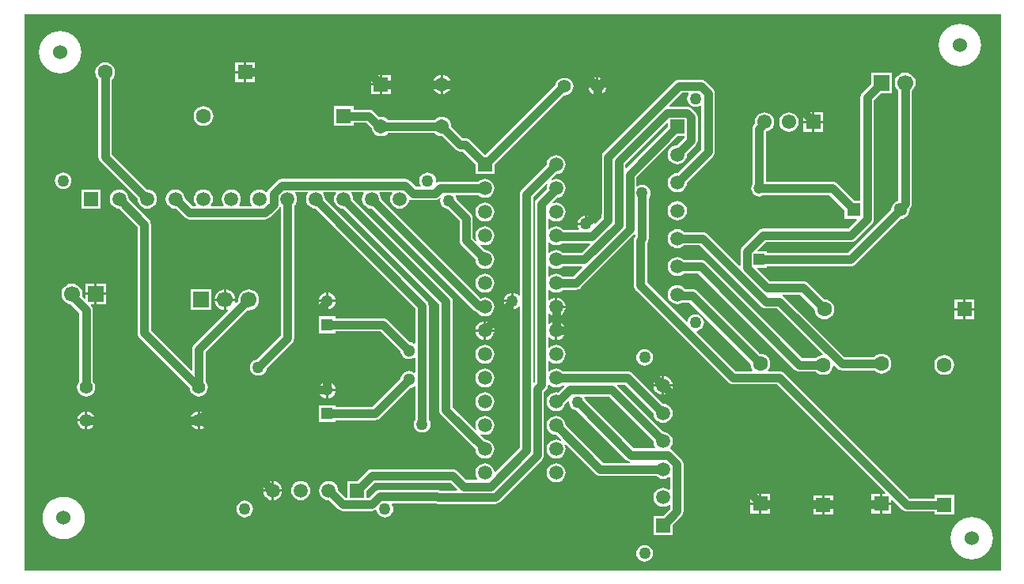
<source format=gtl>
G04*
G04 #@! TF.GenerationSoftware,Altium Limited,Altium Designer,21.2.2 (38)*
G04*
G04 Layer_Physical_Order=1*
G04 Layer_Color=255*
%FSLAX25Y25*%
%MOIN*%
G70*
G04*
G04 #@! TF.SameCoordinates,D0C09C63-79EA-4D83-9DA0-2B2549F26A19*
G04*
G04*
G04 #@! TF.FilePolarity,Positive*
G04*
G01*
G75*
%ADD15C,0.00004*%
%ADD16C,0.05709*%
%ADD17R,0.05709X0.05709*%
%ADD34C,0.04724*%
%ADD35R,0.04724X0.04724*%
%ADD38C,0.06063*%
%ADD39R,0.06063X0.06063*%
%ADD40C,0.03543*%
%ADD41R,0.06299X0.06299*%
%ADD42C,0.06299*%
%ADD43R,0.06299X0.06299*%
%ADD44R,0.06693X0.06693*%
%ADD45C,0.06693*%
%ADD46C,0.05984*%
%ADD47C,0.05000*%
%ADD48R,0.05984X0.05984*%
%ADD49R,0.05984X0.05984*%
%ADD50C,0.06000*%
%ADD51C,0.05512*%
%ADD52C,0.05118*%
%ADD53R,0.05118X0.05118*%
%ADD54C,0.05118*%
%ADD55C,0.05906*%
%ADD56R,0.05906X0.05906*%
%ADD57C,0.06102*%
%ADD58R,0.06102X0.06102*%
G36*
X568500Y204000D02*
X157500D01*
Y438500D01*
X568500D01*
Y204000D01*
D02*
G37*
%LPC*%
G36*
X551500Y434417D02*
X549760Y434246D01*
X548088Y433738D01*
X546546Y432914D01*
X545195Y431805D01*
X544086Y430454D01*
X543262Y428912D01*
X542754Y427240D01*
X542583Y425500D01*
X542754Y423760D01*
X543262Y422088D01*
X544086Y420546D01*
X545195Y419195D01*
X546546Y418086D01*
X548088Y417262D01*
X549760Y416754D01*
X551500Y416583D01*
X553240Y416754D01*
X554912Y417262D01*
X556454Y418086D01*
X557805Y419195D01*
X558914Y420546D01*
X559738Y422088D01*
X560246Y423760D01*
X560417Y425500D01*
X560246Y427240D01*
X559738Y428912D01*
X558914Y430454D01*
X557805Y431805D01*
X556454Y432914D01*
X554912Y433738D01*
X553240Y434246D01*
X551500Y434417D01*
D02*
G37*
G36*
X254677Y418150D02*
X251028D01*
Y414500D01*
X254677D01*
Y418150D01*
D02*
G37*
G36*
X250028D02*
X246378D01*
Y414500D01*
X250028D01*
Y418150D01*
D02*
G37*
G36*
X172500Y431417D02*
X170760Y431246D01*
X169088Y430738D01*
X167546Y429914D01*
X166195Y428805D01*
X165086Y427454D01*
X164262Y425912D01*
X163754Y424240D01*
X163583Y422500D01*
X163754Y420760D01*
X164262Y419088D01*
X165086Y417546D01*
X166195Y416195D01*
X167546Y415086D01*
X169088Y414262D01*
X170760Y413754D01*
X172500Y413583D01*
X174240Y413754D01*
X175912Y414262D01*
X177454Y415086D01*
X178805Y416195D01*
X179914Y417546D01*
X180738Y419088D01*
X181246Y420760D01*
X181417Y422500D01*
X181246Y424240D01*
X180738Y425912D01*
X179914Y427454D01*
X178805Y428805D01*
X177454Y429914D01*
X175912Y430738D01*
X174240Y431246D01*
X172500Y431417D01*
D02*
G37*
G36*
X254677Y413500D02*
X251028D01*
Y409850D01*
X254677D01*
Y413500D01*
D02*
G37*
G36*
X250028D02*
X246378D01*
Y409850D01*
X250028D01*
Y413500D01*
D02*
G37*
G36*
X333795Y412859D02*
Y409358D01*
X337296D01*
X337223Y409911D01*
X336817Y410891D01*
X336171Y411734D01*
X335328Y412380D01*
X334348Y412786D01*
X333795Y412859D01*
D02*
G37*
G36*
X332795D02*
X332243Y412786D01*
X331262Y412380D01*
X330420Y411734D01*
X329774Y410891D01*
X329368Y409911D01*
X329295Y409358D01*
X332795D01*
Y412859D01*
D02*
G37*
G36*
X311736Y412890D02*
X308205D01*
Y409358D01*
X311736D01*
Y412890D01*
D02*
G37*
G36*
X307205D02*
X303673D01*
Y409358D01*
X307205D01*
Y412890D01*
D02*
G37*
G36*
X399279Y411723D02*
Y408500D01*
X402502D01*
X402439Y408981D01*
X402060Y409894D01*
X401458Y410679D01*
X400674Y411281D01*
X399760Y411659D01*
X399279Y411723D01*
D02*
G37*
G36*
X398280D02*
X397799Y411659D01*
X396885Y411281D01*
X396101Y410679D01*
X395499Y409894D01*
X395120Y408981D01*
X395057Y408500D01*
X398280D01*
Y411723D01*
D02*
G37*
G36*
X337296Y408358D02*
X333795D01*
Y404858D01*
X334348Y404930D01*
X335328Y405337D01*
X336171Y405983D01*
X336817Y406825D01*
X337223Y407806D01*
X337296Y408358D01*
D02*
G37*
G36*
X332795D02*
X329295D01*
X329368Y407806D01*
X329774Y406825D01*
X330420Y405983D01*
X331262Y405337D01*
X332243Y404930D01*
X332795Y404858D01*
Y408358D01*
D02*
G37*
G36*
X311736D02*
X308205D01*
Y404827D01*
X311736D01*
Y408358D01*
D02*
G37*
G36*
X307205D02*
X303673D01*
Y404827D01*
X307205D01*
Y408358D01*
D02*
G37*
G36*
X402502Y407500D02*
X399279D01*
Y404278D01*
X399760Y404341D01*
X400674Y404719D01*
X401458Y405321D01*
X402060Y406106D01*
X402439Y407020D01*
X402502Y407500D01*
D02*
G37*
G36*
X398280D02*
X395057D01*
X395120Y407020D01*
X395499Y406106D01*
X396101Y405321D01*
X396885Y404719D01*
X397799Y404341D01*
X398280Y404278D01*
Y407500D01*
D02*
G37*
G36*
X385000Y411788D02*
X384019Y411659D01*
X383106Y411281D01*
X382321Y410679D01*
X381719Y409894D01*
X381341Y408981D01*
X381312Y408766D01*
X351500Y378954D01*
X345056Y385397D01*
X344477Y385841D01*
X343803Y386121D01*
X343080Y386216D01*
X342175D01*
X337348Y391042D01*
X337362Y391142D01*
X337223Y392194D01*
X336817Y393175D01*
X336171Y394017D01*
X335328Y394663D01*
X334348Y395070D01*
X333295Y395208D01*
X332243Y395070D01*
X331262Y394663D01*
X330420Y394017D01*
X330359Y393937D01*
X310641D01*
X310580Y394017D01*
X309738Y394663D01*
X308757Y395070D01*
X307705Y395208D01*
X307003Y395116D01*
X304641Y397477D01*
X304062Y397921D01*
X303388Y398200D01*
X302665Y398296D01*
X296150D01*
Y399650D01*
X287850D01*
Y391350D01*
X296150D01*
Y392704D01*
X301507D01*
X303725Y390486D01*
X303777Y390089D01*
X304183Y389109D01*
X304829Y388266D01*
X305672Y387620D01*
X306652Y387214D01*
X307705Y387075D01*
X308757Y387214D01*
X309738Y387620D01*
X310580Y388266D01*
X310641Y388346D01*
X330359D01*
X330420Y388266D01*
X331262Y387620D01*
X332243Y387214D01*
X333295Y387075D01*
X333395Y387089D01*
X339040Y381444D01*
X339619Y380999D01*
X340293Y380720D01*
X341017Y380625D01*
X341922D01*
X347547Y374999D01*
Y371047D01*
X355453D01*
Y374999D01*
X384704Y404251D01*
X385000Y404212D01*
X385981Y404341D01*
X386894Y404719D01*
X387679Y405321D01*
X388281Y406106D01*
X388659Y407020D01*
X388788Y408000D01*
X388659Y408981D01*
X388281Y409894D01*
X387679Y410679D01*
X386894Y411281D01*
X385981Y411659D01*
X385000Y411788D01*
D02*
G37*
G36*
X493787Y397051D02*
X490236D01*
Y393500D01*
X493787D01*
Y397051D01*
D02*
G37*
G36*
X489236D02*
X485685D01*
Y393500D01*
X489236D01*
Y397051D01*
D02*
G37*
G36*
X232945Y399685D02*
X231862Y399543D01*
X230852Y399125D01*
X229985Y398460D01*
X229320Y397593D01*
X228902Y396583D01*
X228760Y395500D01*
X228902Y394417D01*
X229320Y393407D01*
X229985Y392541D01*
X230852Y391875D01*
X231862Y391457D01*
X232945Y391315D01*
X234028Y391457D01*
X235038Y391875D01*
X235904Y392541D01*
X236570Y393407D01*
X236988Y394417D01*
X237130Y395500D01*
X236988Y396583D01*
X236570Y397593D01*
X235904Y398460D01*
X235038Y399125D01*
X234028Y399543D01*
X232945Y399685D01*
D02*
G37*
G36*
X493787Y392500D02*
X490236D01*
Y388949D01*
X493787D01*
Y392500D01*
D02*
G37*
G36*
X489236D02*
X485685D01*
Y388949D01*
X489236D01*
Y392500D01*
D02*
G37*
G36*
X479500Y397086D02*
X478442Y396947D01*
X477457Y396539D01*
X476611Y395889D01*
X475961Y395043D01*
X475553Y394058D01*
X475414Y393000D01*
X475553Y391942D01*
X475961Y390957D01*
X476611Y390111D01*
X477457Y389461D01*
X478442Y389053D01*
X479500Y388914D01*
X480558Y389053D01*
X481543Y389461D01*
X482389Y390111D01*
X483039Y390957D01*
X483447Y391942D01*
X483586Y393000D01*
X483447Y394058D01*
X483039Y395043D01*
X482389Y395889D01*
X481543Y396539D01*
X480558Y396947D01*
X479500Y397086D01*
D02*
G37*
G36*
X442400Y410933D02*
X433253D01*
X432530Y410838D01*
X431856Y410559D01*
X431277Y410115D01*
X431277Y410114D01*
X401346Y380184D01*
X400902Y379605D01*
X400623Y378931D01*
X400527Y378207D01*
Y352556D01*
X398022Y350050D01*
X397499Y350235D01*
X397410Y350914D01*
X397057Y351765D01*
X396496Y352496D01*
X395765Y353057D01*
X394914Y353410D01*
X394500Y353464D01*
Y350000D01*
X394000D01*
Y349500D01*
X390536D01*
X390590Y349086D01*
X390943Y348235D01*
X391144Y347972D01*
X390923Y347524D01*
X384546D01*
X384319Y347819D01*
X383493Y348453D01*
X382532Y348851D01*
X381500Y348987D01*
X380468Y348851D01*
X379507Y348453D01*
X378681Y347819D01*
X378592Y347704D01*
X378119Y347865D01*
Y352135D01*
X378592Y352296D01*
X378681Y352181D01*
X379507Y351547D01*
X380468Y351149D01*
X381500Y351013D01*
X382532Y351149D01*
X383493Y351547D01*
X384319Y352181D01*
X384953Y353007D01*
X385351Y353968D01*
X385487Y355000D01*
X385351Y356032D01*
X384953Y356993D01*
X384319Y357819D01*
X383493Y358453D01*
X382532Y358851D01*
X381500Y358987D01*
X380468Y358851D01*
X380105Y358700D01*
X379821Y359124D01*
X381742Y361045D01*
X382532Y361149D01*
X383493Y361547D01*
X384319Y362181D01*
X384953Y363007D01*
X385351Y363968D01*
X385487Y365000D01*
X385351Y366032D01*
X384953Y366993D01*
X384319Y367819D01*
X383493Y368453D01*
X382532Y368851D01*
X381500Y368987D01*
X380468Y368851D01*
X379689Y368528D01*
X379406Y368952D01*
X381471Y371017D01*
X381500Y371013D01*
X382532Y371149D01*
X383493Y371547D01*
X384319Y372181D01*
X384953Y373007D01*
X385351Y373968D01*
X385487Y375000D01*
X385351Y376032D01*
X384953Y376993D01*
X384319Y377819D01*
X383493Y378453D01*
X382532Y378851D01*
X381500Y378987D01*
X380468Y378851D01*
X379507Y378453D01*
X378681Y377819D01*
X378047Y376993D01*
X377649Y376032D01*
X377513Y375000D01*
X377517Y374971D01*
X367023Y364477D01*
X366579Y363898D01*
X366300Y363224D01*
X366204Y362500D01*
Y319895D01*
X365704Y319725D01*
X365496Y319996D01*
X364765Y320557D01*
X363914Y320910D01*
X363500Y320964D01*
Y317500D01*
Y314036D01*
X363914Y314090D01*
X364765Y314443D01*
X365496Y315004D01*
X365704Y315275D01*
X366204Y315105D01*
Y255562D01*
X355951Y245309D01*
X355423Y245488D01*
X355351Y246032D01*
X354953Y246993D01*
X354319Y247819D01*
X353493Y248453D01*
X352532Y248851D01*
X351500Y248987D01*
X350468Y248851D01*
X349507Y248453D01*
X348681Y247819D01*
X348047Y246993D01*
X347649Y246032D01*
X347513Y245000D01*
X347649Y243968D01*
X348047Y243007D01*
X348381Y242571D01*
X348135Y242071D01*
X343608D01*
X339971Y245708D01*
X339392Y246152D01*
X338718Y246432D01*
X337994Y246527D01*
X303731D01*
X303008Y246432D01*
X302334Y246152D01*
X301755Y245708D01*
X301755Y245708D01*
X297539Y241492D01*
X293508D01*
Y234532D01*
X292831D01*
X289693Y237670D01*
X289578Y238542D01*
X289176Y239513D01*
X288536Y240347D01*
X287702Y240987D01*
X286731Y241389D01*
X285689Y241527D01*
X284647Y241389D01*
X283676Y240987D01*
X282842Y240347D01*
X282202Y239513D01*
X281800Y238542D01*
X281662Y237500D01*
X281800Y236458D01*
X282202Y235487D01*
X282842Y234653D01*
X283676Y234013D01*
X284647Y233611D01*
X285689Y233473D01*
X285948Y233508D01*
X289696Y229759D01*
X290275Y229315D01*
X290950Y229036D01*
X291673Y228941D01*
X303808D01*
X304532Y229036D01*
X305206Y229315D01*
X305387Y229454D01*
X305849Y229263D01*
X305901Y228870D01*
X306254Y228018D01*
X306815Y227287D01*
X307546Y226726D01*
X308397Y226374D01*
X309311Y226253D01*
X310225Y226374D01*
X311076Y226726D01*
X311807Y227287D01*
X312368Y228018D01*
X312721Y228870D01*
X312841Y229784D01*
X312721Y230697D01*
X312368Y231549D01*
X312167Y231811D01*
X312388Y232259D01*
X330329D01*
X330878Y232032D01*
X331602Y231937D01*
X355753D01*
X356477Y232032D01*
X357151Y232311D01*
X357730Y232755D01*
X375520Y250546D01*
X375964Y251125D01*
X376244Y251799D01*
X376339Y252523D01*
X376339Y252523D01*
Y279239D01*
X377300Y280200D01*
X377300Y280200D01*
X377744Y280779D01*
X378024Y281453D01*
X378109Y282104D01*
X378425Y282281D01*
X378567Y282329D01*
X378681Y282181D01*
X379507Y281547D01*
X380468Y281149D01*
X381500Y281013D01*
X382532Y281149D01*
X383493Y281547D01*
X384221Y282106D01*
X384534Y282056D01*
X384733Y281572D01*
X384733Y281547D01*
X382094Y278909D01*
X381500Y278987D01*
X380468Y278851D01*
X379507Y278453D01*
X378681Y277819D01*
X378047Y276993D01*
X377649Y276032D01*
X377513Y275000D01*
X377649Y273968D01*
X378047Y273007D01*
X378681Y272181D01*
X379507Y271547D01*
X380468Y271149D01*
X381500Y271013D01*
X382532Y271149D01*
X383493Y271547D01*
X384319Y272181D01*
X384953Y273007D01*
X385351Y273968D01*
X385395Y274302D01*
X386563Y275470D01*
X387037Y275237D01*
X386970Y274728D01*
X387090Y273815D01*
X387443Y272963D01*
X388004Y272232D01*
X388735Y271671D01*
X389586Y271318D01*
X390325Y271221D01*
X410976Y250571D01*
X410976Y250571D01*
X411555Y250126D01*
X412229Y249847D01*
X412619Y249796D01*
X412586Y249296D01*
X401158D01*
X385483Y264971D01*
X385487Y265000D01*
X385351Y266032D01*
X384953Y266993D01*
X384319Y267819D01*
X383493Y268453D01*
X382532Y268851D01*
X381500Y268987D01*
X380468Y268851D01*
X379507Y268453D01*
X378681Y267819D01*
X378047Y266993D01*
X377649Y266032D01*
X377513Y265000D01*
X377649Y263968D01*
X378047Y263007D01*
X378681Y262181D01*
X379507Y261547D01*
X380468Y261149D01*
X381500Y261013D01*
X381529Y261017D01*
X383594Y258952D01*
X383311Y258528D01*
X382532Y258851D01*
X381500Y258987D01*
X380468Y258851D01*
X379507Y258453D01*
X378681Y257819D01*
X378047Y256993D01*
X377649Y256032D01*
X377513Y255000D01*
X377649Y253968D01*
X378047Y253007D01*
X378681Y252181D01*
X379507Y251547D01*
X380468Y251149D01*
X381500Y251013D01*
X382532Y251149D01*
X383493Y251547D01*
X384319Y252181D01*
X384953Y253007D01*
X385351Y253968D01*
X385487Y255000D01*
X385351Y256032D01*
X385028Y256811D01*
X385452Y257094D01*
X398023Y244523D01*
X398602Y244079D01*
X399276Y243800D01*
X400000Y243704D01*
X423613D01*
X423653Y243653D01*
X424487Y243013D01*
X425458Y242611D01*
X426500Y242473D01*
X427542Y242611D01*
X428513Y243013D01*
X428968Y243362D01*
X429468Y243115D01*
Y238074D01*
X428968Y237827D01*
X428513Y238176D01*
X427542Y238578D01*
X426500Y238716D01*
X425458Y238578D01*
X424487Y238176D01*
X423653Y237536D01*
X423013Y236702D01*
X422611Y235731D01*
X422473Y234689D01*
X422611Y233647D01*
X423013Y232676D01*
X423653Y231842D01*
X424487Y231202D01*
X425458Y230800D01*
X426500Y230662D01*
X427542Y230800D01*
X428513Y231202D01*
X428968Y231551D01*
X429468Y231304D01*
Y229800D01*
X426539Y226870D01*
X422508D01*
Y218886D01*
X430492D01*
Y222917D01*
X434240Y226665D01*
X434240Y226665D01*
X434685Y227244D01*
X434964Y227918D01*
X435059Y228642D01*
X435059Y228642D01*
Y248887D01*
X434964Y249611D01*
X434685Y250285D01*
X434240Y250864D01*
X434240Y250864D01*
X430581Y254524D01*
X430002Y254968D01*
X429673Y255104D01*
X429656Y255123D01*
X429532Y255704D01*
X429987Y256298D01*
X430389Y257269D01*
X430527Y258311D01*
X430389Y259353D01*
X429987Y260324D01*
X429347Y261158D01*
X428513Y261798D01*
X427542Y262200D01*
X426500Y262338D01*
X426436Y262329D01*
X407060Y281704D01*
X407267Y282204D01*
X410464D01*
X422482Y270187D01*
X422473Y270122D01*
X422611Y269080D01*
X423013Y268109D01*
X423653Y267275D01*
X424487Y266635D01*
X425458Y266233D01*
X426500Y266095D01*
X427542Y266233D01*
X428513Y266635D01*
X429347Y267275D01*
X429987Y268109D01*
X430389Y269080D01*
X430527Y270122D01*
X430389Y271164D01*
X429987Y272135D01*
X429347Y272969D01*
X428513Y273609D01*
X427542Y274011D01*
X426500Y274149D01*
X426436Y274140D01*
X413599Y286977D01*
X413020Y287421D01*
X412346Y287700D01*
X411622Y287796D01*
X384337D01*
X384319Y287819D01*
X383493Y288453D01*
X382532Y288851D01*
X381500Y288987D01*
X380468Y288851D01*
X379507Y288453D01*
X378681Y287819D01*
X378592Y287704D01*
X378119Y287865D01*
Y292135D01*
X378592Y292296D01*
X378681Y292181D01*
X379507Y291547D01*
X380468Y291149D01*
X381500Y291013D01*
X382532Y291149D01*
X383493Y291547D01*
X384319Y292181D01*
X384953Y293007D01*
X385351Y293968D01*
X385487Y295000D01*
X385351Y296032D01*
X384953Y296993D01*
X384319Y297819D01*
X383493Y298453D01*
X382532Y298851D01*
X381500Y298987D01*
X380468Y298851D01*
X379507Y298453D01*
X378681Y297819D01*
X378592Y297704D01*
X378119Y297865D01*
Y302135D01*
X378592Y302296D01*
X378681Y302181D01*
X379507Y301547D01*
X380468Y301149D01*
X381000Y301079D01*
Y305000D01*
Y308921D01*
X380468Y308851D01*
X379507Y308453D01*
X378681Y307819D01*
X378592Y307704D01*
X378119Y307865D01*
Y312135D01*
X378592Y312296D01*
X378681Y312181D01*
X379507Y311547D01*
X380468Y311149D01*
X381000Y311079D01*
Y315000D01*
Y318921D01*
X380468Y318851D01*
X379507Y318453D01*
X378681Y317819D01*
X378592Y317704D01*
X378119Y317865D01*
Y322135D01*
X378592Y322296D01*
X378681Y322181D01*
X379507Y321547D01*
X380468Y321149D01*
X381500Y321013D01*
X382532Y321149D01*
X383493Y321547D01*
X384319Y322181D01*
X384337Y322204D01*
X389776D01*
X390499Y322300D01*
X391173Y322579D01*
X391752Y323023D01*
X414386Y345656D01*
X414388Y345656D01*
X414886Y345486D01*
Y344891D01*
X414532Y344430D01*
X414253Y343756D01*
X414157Y343032D01*
Y324186D01*
X414253Y323463D01*
X414532Y322789D01*
X414976Y322210D01*
X454056Y283130D01*
X454635Y282685D01*
X455309Y282406D01*
X456033Y282311D01*
X456033Y282311D01*
X474427D01*
X520154Y236584D01*
X519963Y236122D01*
X519000D01*
Y232472D01*
X522650D01*
Y233435D01*
X523111Y233626D01*
X527215Y229523D01*
X527215Y229523D01*
X527794Y229079D01*
X528468Y228800D01*
X529191Y228704D01*
X529191Y228704D01*
X540850D01*
Y227350D01*
X549150D01*
Y235650D01*
X540850D01*
Y234296D01*
X530349D01*
X477562Y287083D01*
X476983Y287527D01*
X476309Y287807D01*
X475585Y287902D01*
X470962D01*
X470716Y288402D01*
X471125Y288935D01*
X471543Y289944D01*
X471685Y291028D01*
X471543Y292111D01*
X471125Y293120D01*
X470460Y293987D01*
X469593Y294652D01*
X468583Y295070D01*
X467500Y295213D01*
X467295Y295186D01*
X440782Y321699D01*
X440203Y322143D01*
X439529Y322422D01*
X438806Y322517D01*
X435745D01*
X435347Y323036D01*
X434513Y323676D01*
X433542Y324078D01*
X432500Y324216D01*
X431458Y324078D01*
X430487Y323676D01*
X429653Y323036D01*
X429013Y322202D01*
X428611Y321231D01*
X428473Y320189D01*
X428611Y319147D01*
X429013Y318176D01*
X429653Y317342D01*
X430487Y316702D01*
X431458Y316300D01*
X432500Y316162D01*
X433542Y316300D01*
X434513Y316702D01*
X434806Y316926D01*
X437648D01*
X463342Y291232D01*
X463315Y291028D01*
X463457Y289944D01*
X463875Y288935D01*
X464284Y288402D01*
X464038Y287902D01*
X457191D01*
X440641Y304451D01*
X440802Y304925D01*
X441130Y304968D01*
X441982Y305321D01*
X442713Y305882D01*
X443274Y306613D01*
X443626Y307464D01*
X443747Y308378D01*
X443626Y309292D01*
X443274Y310143D01*
X442713Y310874D01*
X441982Y311435D01*
X441130Y311788D01*
X440216Y311908D01*
X439303Y311788D01*
X438451Y311435D01*
X437720Y310874D01*
X437159Y310143D01*
X436807Y309292D01*
X436763Y308963D01*
X436290Y308803D01*
X419748Y325344D01*
Y341901D01*
X420102Y342362D01*
X420381Y343037D01*
X420477Y343760D01*
Y360894D01*
X420738Y361235D01*
X421091Y362086D01*
X421211Y363000D01*
X421091Y363914D01*
X420738Y364765D01*
X420177Y365496D01*
X419446Y366057D01*
X418595Y366410D01*
X417681Y366530D01*
X416767Y366410D01*
X415916Y366057D01*
X415654Y365856D01*
X415205Y366077D01*
Y369807D01*
X432461Y387063D01*
X435468D01*
Y386386D01*
X432330Y383248D01*
X431458Y383133D01*
X430487Y382731D01*
X429653Y382091D01*
X429013Y381257D01*
X428611Y380286D01*
X428473Y379244D01*
X428611Y378202D01*
X429013Y377231D01*
X429653Y376397D01*
X430487Y375757D01*
X431458Y375355D01*
X432500Y375218D01*
X433542Y375355D01*
X434513Y375757D01*
X435347Y376397D01*
X435987Y377231D01*
X436389Y378202D01*
X436527Y379244D01*
X436492Y379503D01*
X440241Y383252D01*
X440685Y383830D01*
X440964Y384505D01*
X441059Y385228D01*
Y395195D01*
X440964Y395919D01*
X440685Y396593D01*
X440241Y397172D01*
X438617Y398796D01*
X438038Y399240D01*
X437364Y399519D01*
X436640Y399615D01*
X429337D01*
X429146Y400076D01*
X434411Y405342D01*
X437140D01*
X437361Y404894D01*
X437159Y404631D01*
X436807Y403780D01*
X436686Y402866D01*
X436807Y401952D01*
X437159Y401101D01*
X437720Y400370D01*
X438451Y399809D01*
X439303Y399456D01*
X440216Y399336D01*
X441130Y399456D01*
X441982Y399809D01*
X442244Y400010D01*
X442693Y399789D01*
Y381579D01*
X432564Y371451D01*
X432500Y371460D01*
X431458Y371322D01*
X430487Y370920D01*
X429653Y370280D01*
X429013Y369446D01*
X428611Y368475D01*
X428473Y367433D01*
X428611Y366391D01*
X429013Y365420D01*
X429653Y364586D01*
X430487Y363946D01*
X431458Y363544D01*
X432500Y363406D01*
X433542Y363544D01*
X434513Y363946D01*
X435347Y364586D01*
X435987Y365420D01*
X436389Y366391D01*
X436527Y367433D01*
X436518Y367498D01*
X447465Y378445D01*
X447909Y379024D01*
X448188Y379698D01*
X448284Y380421D01*
X448284Y380421D01*
Y405050D01*
X448188Y405773D01*
X447909Y406448D01*
X447465Y407026D01*
X444377Y410115D01*
X443798Y410559D01*
X443124Y410838D01*
X442400Y410933D01*
D02*
G37*
G36*
X327366Y371747D02*
X326453Y371626D01*
X325601Y371274D01*
X324870Y370713D01*
X324309Y369982D01*
X323956Y369130D01*
X323836Y368216D01*
X323956Y367303D01*
X324309Y366451D01*
X324511Y366189D01*
X324289Y365740D01*
X322419D01*
X319919Y368240D01*
X319340Y368685D01*
X318666Y368964D01*
X317943Y369059D01*
X265924D01*
X265200Y368964D01*
X264526Y368685D01*
X263947Y368240D01*
X263947Y368240D01*
X260429Y364722D01*
X259984Y364143D01*
X259768Y363620D01*
X259656Y363548D01*
X259367Y363463D01*
X259200Y363460D01*
X258513Y363987D01*
X257542Y364389D01*
X256500Y364527D01*
X255458Y364389D01*
X254487Y363987D01*
X253653Y363347D01*
X253013Y362513D01*
X252611Y361542D01*
X252473Y360500D01*
X252611Y359458D01*
X253013Y358487D01*
X253362Y358032D01*
X253115Y357532D01*
X248074D01*
X247827Y358032D01*
X248176Y358487D01*
X248578Y359458D01*
X248715Y360500D01*
X248578Y361542D01*
X248176Y362513D01*
X247536Y363347D01*
X246702Y363987D01*
X245731Y364389D01*
X244689Y364527D01*
X243647Y364389D01*
X242676Y363987D01*
X241842Y363347D01*
X241202Y362513D01*
X240800Y361542D01*
X240662Y360500D01*
X240800Y359458D01*
X241202Y358487D01*
X241551Y358032D01*
X241304Y357532D01*
X236263D01*
X236016Y358032D01*
X236365Y358487D01*
X236767Y359458D01*
X236905Y360500D01*
X236767Y361542D01*
X236365Y362513D01*
X235725Y363347D01*
X234891Y363987D01*
X233920Y364389D01*
X232878Y364527D01*
X231836Y364389D01*
X230865Y363987D01*
X230031Y363347D01*
X229391Y362513D01*
X228989Y361542D01*
X228851Y360500D01*
X228989Y359458D01*
X229391Y358487D01*
X229740Y358032D01*
X229493Y357532D01*
X228209D01*
X225071Y360670D01*
X224956Y361542D01*
X224554Y362513D01*
X223914Y363347D01*
X223080Y363987D01*
X222109Y364389D01*
X221067Y364527D01*
X220025Y364389D01*
X219054Y363987D01*
X218220Y363347D01*
X217580Y362513D01*
X217178Y361542D01*
X217040Y360500D01*
X217178Y359458D01*
X217580Y358487D01*
X218220Y357653D01*
X219054Y357013D01*
X220025Y356611D01*
X221067Y356473D01*
X221326Y356508D01*
X225074Y352760D01*
X225074Y352760D01*
X225653Y352315D01*
X226328Y352036D01*
X227051Y351941D01*
X227051Y351941D01*
X258887D01*
X259611Y352036D01*
X260285Y352315D01*
X260864Y352760D01*
X264382Y356277D01*
X264826Y356856D01*
X265016Y357313D01*
X265515Y357213D01*
Y302969D01*
X255512Y292966D01*
X255086Y292910D01*
X254235Y292557D01*
X253504Y291996D01*
X252943Y291265D01*
X252590Y290414D01*
X252470Y289500D01*
X252590Y288586D01*
X252943Y287735D01*
X253504Y287004D01*
X254235Y286443D01*
X255086Y286090D01*
X256000Y285970D01*
X256914Y286090D01*
X257765Y286443D01*
X258496Y287004D01*
X259057Y287735D01*
X259410Y288586D01*
X259466Y289013D01*
X270288Y299834D01*
X270732Y300413D01*
X271011Y301087D01*
X271107Y301811D01*
Y357613D01*
X271158Y357653D01*
X271798Y358487D01*
X272200Y359458D01*
X272338Y360500D01*
X272200Y361542D01*
X271798Y362513D01*
X271449Y362968D01*
X271696Y363468D01*
X276737D01*
X276984Y362968D01*
X276635Y362513D01*
X276233Y361542D01*
X276096Y360500D01*
X276233Y359458D01*
X276635Y358487D01*
X277275Y357653D01*
X278109Y357013D01*
X279080Y356611D01*
X280122Y356473D01*
X280187Y356482D01*
X322204Y314464D01*
Y299643D01*
X321704Y299397D01*
X321295Y299711D01*
X320429Y300070D01*
X319919Y300137D01*
X310579Y309477D01*
X310000Y309921D01*
X309326Y310200D01*
X308602Y310296D01*
X288559D01*
Y311059D01*
X281441D01*
Y303941D01*
X288559D01*
Y304704D01*
X307444D01*
X315965Y296183D01*
X316033Y295673D01*
X316391Y294808D01*
X316962Y294064D01*
X317705Y293494D01*
X318571Y293135D01*
X319500Y293013D01*
X320429Y293135D01*
X321295Y293494D01*
X321704Y293808D01*
X322204Y293561D01*
Y287439D01*
X321704Y287192D01*
X321295Y287507D01*
X320429Y287865D01*
X319500Y287987D01*
X318571Y287865D01*
X317705Y287507D01*
X316962Y286936D01*
X316391Y286192D01*
X316033Y285327D01*
X315965Y284817D01*
X303944Y272796D01*
X288559D01*
Y273559D01*
X281441D01*
Y266441D01*
X288559D01*
Y267204D01*
X305102D01*
X305826Y267300D01*
X306500Y267579D01*
X307079Y268023D01*
X319919Y280863D01*
X320429Y280930D01*
X321295Y281289D01*
X321704Y281603D01*
X322204Y281357D01*
Y267606D01*
X321943Y267265D01*
X321590Y266414D01*
X321470Y265500D01*
X321590Y264586D01*
X321943Y263735D01*
X322504Y263004D01*
X323235Y262443D01*
X324086Y262090D01*
X325000Y261970D01*
X325914Y262090D01*
X326765Y262443D01*
X327496Y263004D01*
X328057Y263735D01*
X328410Y264586D01*
X328530Y265500D01*
X328410Y266414D01*
X328057Y267265D01*
X327796Y267606D01*
Y315622D01*
X327796Y315622D01*
X327700Y316346D01*
X327421Y317020D01*
X326977Y317599D01*
X284140Y360436D01*
X284149Y360500D01*
X284011Y361542D01*
X283609Y362513D01*
X283260Y362968D01*
X283507Y363468D01*
X288548D01*
X288795Y362968D01*
X288446Y362513D01*
X288044Y361542D01*
X287907Y360500D01*
X288044Y359458D01*
X288446Y358487D01*
X289086Y357653D01*
X289920Y357013D01*
X290891Y356611D01*
X291933Y356473D01*
X291998Y356482D01*
X332228Y316251D01*
Y271476D01*
X332324Y270752D01*
X332603Y270078D01*
X333047Y269499D01*
X347517Y255029D01*
X347513Y255000D01*
X347649Y253968D01*
X348047Y253007D01*
X348681Y252181D01*
X349507Y251547D01*
X350468Y251149D01*
X351500Y251013D01*
X352532Y251149D01*
X353493Y251547D01*
X354319Y252181D01*
X354953Y253007D01*
X355351Y253968D01*
X355487Y255000D01*
X355351Y256032D01*
X354953Y256993D01*
X354319Y257819D01*
X353493Y258453D01*
X352532Y258851D01*
X351500Y258987D01*
X351471Y258983D01*
X349406Y261048D01*
X349689Y261472D01*
X350468Y261149D01*
X351500Y261013D01*
X352532Y261149D01*
X353493Y261547D01*
X354319Y262181D01*
X354953Y263007D01*
X355351Y263968D01*
X355487Y265000D01*
X355351Y266032D01*
X354953Y266993D01*
X354319Y267819D01*
X353493Y268453D01*
X352532Y268851D01*
X351500Y268987D01*
X350468Y268851D01*
X349507Y268453D01*
X348681Y267819D01*
X348047Y266993D01*
X347649Y266032D01*
X347513Y265000D01*
X347649Y263968D01*
X347972Y263189D01*
X347548Y262906D01*
X337820Y272634D01*
Y317409D01*
X337820Y317409D01*
X337724Y318133D01*
X337445Y318807D01*
X337001Y319386D01*
X337001Y319386D01*
X295951Y360436D01*
X295960Y360500D01*
X295822Y361542D01*
X295420Y362513D01*
X295071Y362968D01*
X295318Y363468D01*
X300360D01*
X300606Y362968D01*
X300257Y362513D01*
X299855Y361542D01*
X299717Y360500D01*
X299855Y359458D01*
X300257Y358487D01*
X300897Y357653D01*
X301731Y357013D01*
X302702Y356611D01*
X303744Y356473D01*
X303809Y356482D01*
X346815Y313475D01*
X347394Y313031D01*
X348069Y312752D01*
X348263Y312726D01*
X348681Y312181D01*
X349507Y311547D01*
X350468Y311149D01*
X351500Y311013D01*
X352532Y311149D01*
X353493Y311547D01*
X354319Y312181D01*
X354953Y313007D01*
X355351Y313968D01*
X355487Y315000D01*
X355351Y316032D01*
X354953Y316993D01*
X354319Y317819D01*
X353493Y318453D01*
X352532Y318851D01*
X351500Y318987D01*
X350468Y318851D01*
X349675Y318523D01*
X307762Y360436D01*
X307771Y360500D01*
X307633Y361542D01*
X307231Y362513D01*
X306882Y362968D01*
X307129Y363468D01*
X312171D01*
X312417Y362968D01*
X312068Y362513D01*
X311666Y361542D01*
X311528Y360500D01*
X311666Y359458D01*
X312068Y358487D01*
X312708Y357653D01*
X313542Y357013D01*
X314513Y356611D01*
X315555Y356473D01*
X316597Y356611D01*
X317568Y357013D01*
X318402Y357653D01*
X319042Y358487D01*
X319444Y359458D01*
X319535Y360146D01*
X319599Y360219D01*
X320077Y360435D01*
X320538Y360245D01*
X321261Y360149D01*
X330445D01*
X331168Y360245D01*
X331843Y360524D01*
X332422Y360968D01*
X332443Y360989D01*
X332867Y360706D01*
X332840Y360642D01*
X332720Y359728D01*
X332840Y358815D01*
X333193Y357963D01*
X333754Y357232D01*
X334485Y356671D01*
X335336Y356318D01*
X335787Y356259D01*
X340728Y351318D01*
Y342976D01*
X340824Y342252D01*
X341103Y341578D01*
X341547Y340999D01*
X347517Y335029D01*
X347513Y335000D01*
X347649Y333968D01*
X348047Y333007D01*
X348681Y332181D01*
X349507Y331547D01*
X350468Y331149D01*
X351500Y331013D01*
X352532Y331149D01*
X353493Y331547D01*
X354319Y332181D01*
X354953Y333007D01*
X355351Y333968D01*
X355487Y335000D01*
X355351Y336032D01*
X354953Y336993D01*
X354319Y337819D01*
X353493Y338453D01*
X352532Y338851D01*
X351500Y338987D01*
X351471Y338983D01*
X349406Y341048D01*
X349689Y341472D01*
X350468Y341149D01*
X351500Y341013D01*
X352532Y341149D01*
X353493Y341547D01*
X354319Y342181D01*
X354953Y343007D01*
X355351Y343968D01*
X355487Y345000D01*
X355351Y346032D01*
X354953Y346993D01*
X354319Y347819D01*
X353493Y348453D01*
X352532Y348851D01*
X351500Y348987D01*
X350468Y348851D01*
X349507Y348453D01*
X348681Y347819D01*
X348047Y346993D01*
X347649Y346032D01*
X347513Y345000D01*
X347649Y343968D01*
X347972Y343189D01*
X347548Y342906D01*
X346320Y344134D01*
Y352476D01*
X346224Y353200D01*
X345945Y353874D01*
X345501Y354453D01*
X339713Y360241D01*
X339660Y360642D01*
X339307Y361493D01*
X339106Y361756D01*
X339327Y362204D01*
X348663D01*
X348681Y362181D01*
X349507Y361547D01*
X350468Y361149D01*
X351500Y361013D01*
X352532Y361149D01*
X353493Y361547D01*
X354319Y362181D01*
X354953Y363007D01*
X355351Y363968D01*
X355487Y365000D01*
X355351Y366032D01*
X354953Y366993D01*
X354319Y367819D01*
X353493Y368453D01*
X352532Y368851D01*
X351500Y368987D01*
X350468Y368851D01*
X349507Y368453D01*
X348681Y367819D01*
X348663Y367796D01*
X332500D01*
X332500Y367796D01*
X331776Y367700D01*
X331307Y367506D01*
X330863Y367803D01*
X330846Y367830D01*
X330896Y368216D01*
X330776Y369130D01*
X330423Y369982D01*
X329862Y370713D01*
X329131Y371274D01*
X328280Y371626D01*
X327366Y371747D01*
D02*
G37*
G36*
X173823D02*
X172909Y371626D01*
X172058Y371274D01*
X171327Y370713D01*
X170766Y369982D01*
X170413Y369130D01*
X170293Y368216D01*
X170413Y367303D01*
X170766Y366451D01*
X171327Y365720D01*
X172058Y365159D01*
X172909Y364807D01*
X173823Y364686D01*
X174736Y364807D01*
X175588Y365159D01*
X176319Y365720D01*
X176880Y366451D01*
X177233Y367303D01*
X177353Y368216D01*
X177233Y369130D01*
X176880Y369982D01*
X176319Y370713D01*
X175588Y371274D01*
X174736Y371626D01*
X173823Y371747D01*
D02*
G37*
G36*
X189626Y364492D02*
X181642D01*
Y356508D01*
X189626D01*
Y364492D01*
D02*
G37*
G36*
X191472Y418185D02*
X190389Y418043D01*
X189380Y417625D01*
X188513Y416959D01*
X187848Y416093D01*
X187430Y415083D01*
X187287Y414000D01*
X187430Y412917D01*
X187848Y411907D01*
X188513Y411040D01*
X188677Y410915D01*
Y378284D01*
X188772Y377560D01*
X189051Y376886D01*
X189496Y376307D01*
X205238Y360564D01*
X205229Y360500D01*
X205367Y359458D01*
X205769Y358487D01*
X206409Y357653D01*
X207243Y357013D01*
X208214Y356611D01*
X209256Y356473D01*
X210298Y356611D01*
X211269Y357013D01*
X212103Y357653D01*
X212743Y358487D01*
X213145Y359458D01*
X213282Y360500D01*
X213145Y361542D01*
X212743Y362513D01*
X212103Y363347D01*
X211269Y363987D01*
X210298Y364389D01*
X209256Y364527D01*
X209191Y364518D01*
X194268Y379441D01*
Y410915D01*
X194432Y411040D01*
X195097Y411907D01*
X195515Y412917D01*
X195658Y414000D01*
X195515Y415083D01*
X195097Y416093D01*
X194432Y416959D01*
X193565Y417625D01*
X192556Y418043D01*
X191472Y418185D01*
D02*
G37*
G36*
X432500Y359649D02*
X431458Y359511D01*
X430487Y359109D01*
X429653Y358469D01*
X429013Y357635D01*
X428611Y356664D01*
X428473Y355622D01*
X428611Y354580D01*
X429013Y353609D01*
X429653Y352775D01*
X430487Y352135D01*
X431458Y351733D01*
X432500Y351595D01*
X433542Y351733D01*
X434513Y352135D01*
X435347Y352775D01*
X435987Y353609D01*
X436389Y354580D01*
X436527Y355622D01*
X436389Y356664D01*
X435987Y357635D01*
X435347Y358469D01*
X434513Y359109D01*
X433542Y359511D01*
X432500Y359649D01*
D02*
G37*
G36*
X351500Y358987D02*
X350468Y358851D01*
X349507Y358453D01*
X348681Y357819D01*
X348047Y356993D01*
X347649Y356032D01*
X347513Y355000D01*
X347649Y353968D01*
X348047Y353007D01*
X348681Y352181D01*
X349507Y351547D01*
X350468Y351149D01*
X351500Y351013D01*
X352532Y351149D01*
X353493Y351547D01*
X354319Y352181D01*
X354953Y353007D01*
X355351Y353968D01*
X355487Y355000D01*
X355351Y356032D01*
X354953Y356993D01*
X354319Y357819D01*
X353493Y358453D01*
X352532Y358851D01*
X351500Y358987D01*
D02*
G37*
G36*
X393500Y353464D02*
X393086Y353410D01*
X392235Y353057D01*
X391504Y352496D01*
X390943Y351765D01*
X390590Y350914D01*
X390536Y350500D01*
X393500D01*
Y353464D01*
D02*
G37*
G36*
X528500Y413884D02*
X527365Y413735D01*
X526308Y413297D01*
X525400Y412600D01*
X524703Y411692D01*
X524265Y410635D01*
X524116Y409500D01*
X524265Y408365D01*
X524703Y407308D01*
X525400Y406400D01*
X525704Y406167D01*
Y359783D01*
X525494Y359755D01*
X524556Y359367D01*
X523751Y358749D01*
X523133Y357944D01*
X522745Y357006D01*
X522622Y356076D01*
X504330Y337784D01*
X470362D01*
Y338350D01*
X466325D01*
X466134Y338812D01*
X469774Y342453D01*
X505691D01*
X506415Y342548D01*
X507089Y342827D01*
X507668Y343271D01*
X514418Y350021D01*
X514418Y350021D01*
X514862Y350600D01*
X515141Y351274D01*
X515237Y351998D01*
X515237Y351998D01*
Y402283D01*
X518107Y405154D01*
X522847D01*
Y413846D01*
X514153D01*
Y409107D01*
X510464Y405418D01*
X510020Y404839D01*
X509741Y404165D01*
X509645Y403441D01*
Y359854D01*
X506914D01*
X499780Y366989D01*
X499201Y367433D01*
X498527Y367712D01*
X497803Y367807D01*
X469796D01*
Y388886D01*
X469909Y388999D01*
X470321Y389053D01*
X471307Y389461D01*
X472153Y390111D01*
X472802Y390957D01*
X473211Y391942D01*
X473350Y393000D01*
X473211Y394058D01*
X472802Y395043D01*
X472153Y395889D01*
X471307Y396539D01*
X470321Y396947D01*
X469264Y397086D01*
X468206Y396947D01*
X467221Y396539D01*
X466374Y395889D01*
X465725Y395043D01*
X465317Y394058D01*
X465178Y393000D01*
X465274Y392271D01*
X465023Y392021D01*
X464579Y391441D01*
X464300Y390767D01*
X464204Y390044D01*
Y366892D01*
X464063Y366707D01*
X463724Y365890D01*
X463609Y365012D01*
X463724Y364134D01*
X464063Y363316D01*
X464602Y362614D01*
X465304Y362075D01*
X466122Y361736D01*
X467000Y361621D01*
X467878Y361736D01*
X468696Y362075D01*
X468880Y362216D01*
X496645D01*
X502961Y355901D01*
Y352146D01*
X507982D01*
X508174Y351684D01*
X504533Y348044D01*
X468616D01*
X467892Y347948D01*
X467218Y347669D01*
X466639Y347225D01*
X459889Y340475D01*
X459445Y339896D01*
X459166Y339222D01*
X459071Y338498D01*
Y332455D01*
X458609Y332264D01*
X445085Y345788D01*
X444506Y346232D01*
X443831Y346511D01*
X443108Y346607D01*
X435387D01*
X435347Y346658D01*
X434513Y347298D01*
X433542Y347700D01*
X432500Y347838D01*
X431458Y347700D01*
X430487Y347298D01*
X429653Y346658D01*
X429013Y345824D01*
X428611Y344853D01*
X428473Y343811D01*
X428611Y342769D01*
X429013Y341798D01*
X429653Y340964D01*
X430487Y340324D01*
X431458Y339922D01*
X432500Y339785D01*
X433542Y339922D01*
X434513Y340324D01*
X435347Y340964D01*
X435387Y341016D01*
X441950D01*
X467756Y315209D01*
X467756Y315209D01*
X468335Y314765D01*
X469009Y314485D01*
X469733Y314390D01*
X474558D01*
X493762Y295186D01*
X493583Y294658D01*
X492917Y294570D01*
X491907Y294152D01*
X491041Y293487D01*
X490915Y293323D01*
X485102D01*
X444448Y333977D01*
X443869Y334421D01*
X443195Y334700D01*
X442471Y334796D01*
X435387D01*
X435347Y334847D01*
X434513Y335487D01*
X433542Y335889D01*
X432500Y336027D01*
X431458Y335889D01*
X430487Y335487D01*
X429653Y334847D01*
X429013Y334013D01*
X428611Y333042D01*
X428473Y332000D01*
X428611Y330958D01*
X429013Y329987D01*
X429653Y329153D01*
X430487Y328513D01*
X431458Y328111D01*
X432500Y327973D01*
X433542Y328111D01*
X434513Y328513D01*
X435347Y329153D01*
X435387Y329204D01*
X441313D01*
X481967Y288551D01*
X481967Y288551D01*
X482546Y288106D01*
X483220Y287827D01*
X483944Y287732D01*
X483944Y287732D01*
X490915D01*
X491041Y287568D01*
X491907Y286903D01*
X492917Y286485D01*
X494000Y286342D01*
X495083Y286485D01*
X496093Y286903D01*
X496959Y287568D01*
X497625Y288435D01*
X498043Y289444D01*
X498131Y290110D01*
X498658Y290290D01*
X499897Y289051D01*
X500476Y288607D01*
X501150Y288327D01*
X501874Y288232D01*
X515415D01*
X515541Y288068D01*
X516407Y287403D01*
X517417Y286985D01*
X518500Y286842D01*
X519583Y286985D01*
X520593Y287403D01*
X521459Y288068D01*
X522125Y288935D01*
X522543Y289944D01*
X522685Y291028D01*
X522543Y292111D01*
X522125Y293120D01*
X521459Y293987D01*
X520593Y294652D01*
X519583Y295070D01*
X518500Y295213D01*
X517417Y295070D01*
X516407Y294652D01*
X515541Y293987D01*
X515415Y293823D01*
X503032D01*
X477693Y319163D01*
X477113Y319607D01*
X476871Y319707D01*
X476971Y320207D01*
X484312D01*
X490314Y314205D01*
X490287Y314000D01*
X490430Y312917D01*
X490848Y311907D01*
X491513Y311040D01*
X492380Y310375D01*
X493389Y309957D01*
X494472Y309815D01*
X495556Y309957D01*
X496565Y310375D01*
X497432Y311040D01*
X498097Y311907D01*
X498515Y312917D01*
X498658Y314000D01*
X498515Y315083D01*
X498097Y316093D01*
X497432Y316960D01*
X496565Y317625D01*
X495556Y318043D01*
X494472Y318185D01*
X494268Y318158D01*
X487447Y324979D01*
X486868Y325424D01*
X486193Y325703D01*
X485470Y325798D01*
X471499D01*
X466134Y331164D01*
X466325Y331626D01*
X470362D01*
Y332193D01*
X505488D01*
X506212Y332288D01*
X506886Y332567D01*
X507465Y333011D01*
X526576Y352122D01*
X527506Y352245D01*
X528444Y352633D01*
X529249Y353251D01*
X529867Y354056D01*
X530255Y354994D01*
X530388Y356000D01*
X530327Y356459D01*
X530477Y356609D01*
X530477Y356609D01*
X530921Y357188D01*
X531200Y357862D01*
X531296Y358586D01*
X531296Y358586D01*
Y406167D01*
X531600Y406400D01*
X532297Y407308D01*
X532735Y408365D01*
X532884Y409500D01*
X532735Y410635D01*
X532297Y411692D01*
X531600Y412600D01*
X530692Y413297D01*
X529635Y413735D01*
X528500Y413884D01*
D02*
G37*
G36*
X351500Y328987D02*
X350468Y328851D01*
X349507Y328453D01*
X348681Y327819D01*
X348047Y326993D01*
X347649Y326032D01*
X347513Y325000D01*
X347649Y323968D01*
X348047Y323007D01*
X348681Y322181D01*
X349507Y321547D01*
X350468Y321149D01*
X351500Y321013D01*
X352532Y321149D01*
X353493Y321547D01*
X354319Y322181D01*
X354953Y323007D01*
X355351Y323968D01*
X355487Y325000D01*
X355351Y326032D01*
X354953Y326993D01*
X354319Y327819D01*
X353493Y328453D01*
X352532Y328851D01*
X351500Y328987D01*
D02*
G37*
G36*
X191847Y324847D02*
X188000D01*
Y321000D01*
X191847D01*
Y324847D01*
D02*
G37*
G36*
X187000D02*
X183153D01*
Y321000D01*
X187000D01*
Y324847D01*
D02*
G37*
G36*
X242500Y322318D02*
Y318500D01*
X246318D01*
X246235Y319135D01*
X245797Y320192D01*
X245100Y321100D01*
X244192Y321797D01*
X243135Y322235D01*
X242500Y322318D01*
D02*
G37*
G36*
X241500D02*
X240865Y322235D01*
X239808Y321797D01*
X238900Y321100D01*
X238203Y320192D01*
X237765Y319135D01*
X237682Y318500D01*
X241500D01*
Y322318D01*
D02*
G37*
G36*
X285500Y321024D02*
Y318000D01*
X288524D01*
X288467Y318429D01*
X288109Y319295D01*
X287538Y320038D01*
X286795Y320609D01*
X285929Y320967D01*
X285500Y321024D01*
D02*
G37*
G36*
X362500Y320964D02*
X362086Y320910D01*
X361235Y320557D01*
X360504Y319996D01*
X359943Y319265D01*
X359590Y318414D01*
X359536Y318000D01*
X362500D01*
Y320964D01*
D02*
G37*
G36*
X284500Y321024D02*
X284071Y320967D01*
X283205Y320609D01*
X282462Y320038D01*
X281891Y319295D01*
X281533Y318429D01*
X281476Y318000D01*
X284500D01*
Y321024D01*
D02*
G37*
G36*
X191847Y320000D02*
X188000D01*
Y316154D01*
X191847D01*
Y320000D01*
D02*
G37*
G36*
X382000Y318921D02*
Y315500D01*
X385421D01*
X385351Y316032D01*
X384953Y316993D01*
X384319Y317819D01*
X383493Y318453D01*
X382532Y318851D01*
X382000Y318921D01*
D02*
G37*
G36*
X557677Y318150D02*
X554028D01*
Y314500D01*
X557677D01*
Y318150D01*
D02*
G37*
G36*
X553028D02*
X549378D01*
Y314500D01*
X553028D01*
Y318150D01*
D02*
G37*
G36*
X362500Y317000D02*
X359536D01*
X359590Y316586D01*
X359943Y315735D01*
X360504Y315004D01*
X361235Y314443D01*
X362086Y314090D01*
X362500Y314036D01*
Y317000D01*
D02*
G37*
G36*
X288524D02*
X285500D01*
Y313976D01*
X285929Y314033D01*
X286795Y314391D01*
X287538Y314962D01*
X288109Y315705D01*
X288467Y316571D01*
X288524Y317000D01*
D02*
G37*
G36*
X284500D02*
X281476D01*
X281533Y316571D01*
X281891Y315705D01*
X282462Y314962D01*
X283205Y314391D01*
X284071Y314033D01*
X284500Y313976D01*
Y317000D01*
D02*
G37*
G36*
X241500Y317500D02*
X237682D01*
X237765Y316865D01*
X238203Y315808D01*
X238900Y314900D01*
X239808Y314203D01*
X240865Y313765D01*
X241500Y313682D01*
Y317500D01*
D02*
G37*
G36*
X236347Y322346D02*
X227654D01*
Y313653D01*
X236347D01*
Y322346D01*
D02*
G37*
G36*
X197445Y364527D02*
X196403Y364389D01*
X195432Y363987D01*
X194598Y363347D01*
X193958Y362513D01*
X193555Y361542D01*
X193418Y360500D01*
X193555Y359458D01*
X193958Y358487D01*
X194598Y357653D01*
X195432Y357013D01*
X196403Y356611D01*
X197445Y356473D01*
X197509Y356482D01*
X205204Y348787D01*
Y304000D01*
X205300Y303276D01*
X205579Y302602D01*
X206023Y302023D01*
X227237Y280810D01*
X227341Y280019D01*
X227719Y279106D01*
X228321Y278321D01*
X229106Y277719D01*
X230019Y277341D01*
X231000Y277212D01*
X231980Y277341D01*
X232894Y277719D01*
X233679Y278321D01*
X234281Y279106D01*
X234659Y280019D01*
X234788Y281000D01*
X234659Y281980D01*
X234281Y282894D01*
X233796Y283526D01*
Y295842D01*
X251620Y313666D01*
X252000Y313616D01*
X253135Y313765D01*
X254192Y314203D01*
X255100Y314900D01*
X255797Y315808D01*
X256235Y316865D01*
X256384Y318000D01*
X256235Y319135D01*
X255797Y320192D01*
X255100Y321100D01*
X254192Y321797D01*
X253135Y322235D01*
X252000Y322384D01*
X250865Y322235D01*
X249808Y321797D01*
X248900Y321100D01*
X248203Y320192D01*
X247765Y319135D01*
X247616Y318000D01*
X247666Y317620D01*
X246753Y316706D01*
X246274Y316861D01*
X246239Y316900D01*
X246318Y317500D01*
X242500D01*
Y313682D01*
X243100Y313761D01*
X243139Y313726D01*
X243294Y313247D01*
X229023Y298977D01*
X228579Y298398D01*
X228300Y297724D01*
X228204Y297000D01*
Y288402D01*
X227743Y288211D01*
X210796Y305158D01*
Y349945D01*
X210796Y349945D01*
X210700Y350668D01*
X210421Y351343D01*
X209977Y351922D01*
X209977Y351922D01*
X201463Y360436D01*
X201471Y360500D01*
X201334Y361542D01*
X200932Y362513D01*
X200292Y363347D01*
X199458Y363987D01*
X198487Y364389D01*
X197445Y364527D01*
D02*
G37*
G36*
X385421Y314500D02*
X382000D01*
Y311079D01*
X382532Y311149D01*
X383493Y311547D01*
X384319Y312181D01*
X384953Y313007D01*
X385351Y313968D01*
X385421Y314500D01*
D02*
G37*
G36*
X557677Y313500D02*
X554028D01*
Y309850D01*
X557677D01*
Y313500D01*
D02*
G37*
G36*
X553028D02*
X549378D01*
Y309850D01*
X553028D01*
Y313500D01*
D02*
G37*
G36*
X382000Y308921D02*
Y305500D01*
X385421D01*
X385351Y306032D01*
X384953Y306993D01*
X384319Y307819D01*
X383493Y308453D01*
X382532Y308851D01*
X382000Y308921D01*
D02*
G37*
G36*
X352000D02*
Y305500D01*
X355421D01*
X355351Y306032D01*
X354953Y306993D01*
X354319Y307819D01*
X353493Y308453D01*
X352532Y308851D01*
X352000Y308921D01*
D02*
G37*
G36*
X351000D02*
X350468Y308851D01*
X349507Y308453D01*
X348681Y307819D01*
X348047Y306993D01*
X347649Y306032D01*
X347579Y305500D01*
X351000D01*
Y308921D01*
D02*
G37*
G36*
X385421Y304500D02*
X382000D01*
Y301079D01*
X382532Y301149D01*
X383493Y301547D01*
X384319Y302181D01*
X384953Y303007D01*
X385351Y303968D01*
X385421Y304500D01*
D02*
G37*
G36*
X355421D02*
X352000D01*
Y301079D01*
X352532Y301149D01*
X353493Y301547D01*
X354319Y302181D01*
X354953Y303007D01*
X355351Y303968D01*
X355421Y304500D01*
D02*
G37*
G36*
X351000D02*
X347579D01*
X347649Y303968D01*
X348047Y303007D01*
X348681Y302181D01*
X349507Y301547D01*
X350468Y301149D01*
X351000Y301079D01*
Y304500D01*
D02*
G37*
G36*
X351500Y298987D02*
X350468Y298851D01*
X349507Y298453D01*
X348681Y297819D01*
X348047Y296993D01*
X347649Y296032D01*
X347513Y295000D01*
X347649Y293968D01*
X348047Y293007D01*
X348681Y292181D01*
X349507Y291547D01*
X350468Y291149D01*
X351500Y291013D01*
X352532Y291149D01*
X353493Y291547D01*
X354319Y292181D01*
X354953Y293007D01*
X355351Y293968D01*
X355487Y295000D01*
X355351Y296032D01*
X354953Y296993D01*
X354319Y297819D01*
X353493Y298453D01*
X352532Y298851D01*
X351500Y298987D01*
D02*
G37*
G36*
X418784Y297274D02*
X417870Y297154D01*
X417018Y296801D01*
X416287Y296240D01*
X415726Y295509D01*
X415374Y294658D01*
X415253Y293744D01*
X415374Y292831D01*
X415726Y291979D01*
X416287Y291248D01*
X417018Y290687D01*
X417870Y290334D01*
X418784Y290214D01*
X419697Y290334D01*
X420549Y290687D01*
X421280Y291248D01*
X421841Y291979D01*
X422193Y292831D01*
X422314Y293744D01*
X422193Y294658D01*
X421841Y295509D01*
X421280Y296240D01*
X420549Y296801D01*
X419697Y297154D01*
X418784Y297274D01*
D02*
G37*
G36*
X545000Y294741D02*
X543917Y294598D01*
X542907Y294180D01*
X542040Y293515D01*
X541375Y292648D01*
X540957Y291638D01*
X540815Y290555D01*
X540957Y289472D01*
X541375Y288462D01*
X542040Y287596D01*
X542907Y286930D01*
X543917Y286512D01*
X545000Y286370D01*
X546083Y286512D01*
X547093Y286930D01*
X547960Y287596D01*
X548625Y288462D01*
X549043Y289472D01*
X549185Y290555D01*
X549043Y291638D01*
X548625Y292648D01*
X547960Y293515D01*
X547093Y294180D01*
X546083Y294598D01*
X545000Y294741D01*
D02*
G37*
G36*
X427000Y285894D02*
Y282433D01*
X430461D01*
X430389Y282975D01*
X429987Y283946D01*
X429347Y284780D01*
X428513Y285420D01*
X427542Y285822D01*
X427000Y285894D01*
D02*
G37*
G36*
X426000D02*
X425458Y285822D01*
X424487Y285420D01*
X423653Y284780D01*
X423013Y283946D01*
X422611Y282975D01*
X422539Y282433D01*
X426000D01*
Y285894D01*
D02*
G37*
G36*
X351500Y288987D02*
X350468Y288851D01*
X349507Y288453D01*
X348681Y287819D01*
X348047Y286993D01*
X347649Y286032D01*
X347513Y285000D01*
X347649Y283968D01*
X348047Y283007D01*
X348681Y282181D01*
X349507Y281547D01*
X350468Y281149D01*
X351500Y281013D01*
X352532Y281149D01*
X353493Y281547D01*
X354319Y282181D01*
X354953Y283007D01*
X355351Y283968D01*
X355487Y285000D01*
X355351Y286032D01*
X354953Y286993D01*
X354319Y287819D01*
X353493Y288453D01*
X352532Y288851D01*
X351500Y288987D01*
D02*
G37*
G36*
X285500Y283524D02*
Y280500D01*
X288524D01*
X288467Y280929D01*
X288109Y281795D01*
X287538Y282538D01*
X286795Y283109D01*
X285929Y283467D01*
X285500Y283524D01*
D02*
G37*
G36*
X284500D02*
X284071Y283467D01*
X283205Y283109D01*
X282462Y282538D01*
X281891Y281795D01*
X281533Y280929D01*
X281476Y280500D01*
X284500D01*
Y283524D01*
D02*
G37*
G36*
X430461Y281433D02*
X427000D01*
Y277972D01*
X427542Y278044D01*
X428513Y278446D01*
X429347Y279086D01*
X429987Y279920D01*
X430389Y280891D01*
X430461Y281433D01*
D02*
G37*
G36*
X426000D02*
X422539D01*
X422611Y280891D01*
X423013Y279920D01*
X423653Y279086D01*
X424487Y278446D01*
X425458Y278044D01*
X426000Y277972D01*
Y281433D01*
D02*
G37*
G36*
X177500Y324884D02*
X176365Y324735D01*
X175308Y324297D01*
X174400Y323600D01*
X173703Y322692D01*
X173265Y321635D01*
X173116Y320500D01*
X173265Y319365D01*
X173703Y318308D01*
X174400Y317400D01*
X175308Y316703D01*
X176365Y316265D01*
X177014Y316180D01*
X180704Y312490D01*
Y283526D01*
X180219Y282894D01*
X179841Y281980D01*
X179712Y281000D01*
X179841Y280019D01*
X180219Y279106D01*
X180821Y278321D01*
X181606Y277719D01*
X182519Y277341D01*
X183500Y277212D01*
X184481Y277341D01*
X185394Y277719D01*
X186179Y278321D01*
X186781Y279106D01*
X187159Y280019D01*
X187288Y281000D01*
X187159Y281980D01*
X186781Y282894D01*
X186296Y283526D01*
Y313648D01*
X186200Y314371D01*
X185921Y315045D01*
X185477Y315624D01*
X185410Y315692D01*
X185601Y316154D01*
X187000D01*
Y320000D01*
X183153D01*
Y318601D01*
X182692Y318410D01*
X181735Y319367D01*
X181884Y320500D01*
X181735Y321635D01*
X181297Y322692D01*
X180600Y323600D01*
X179692Y324297D01*
X178635Y324735D01*
X177500Y324884D01*
D02*
G37*
G36*
X288524Y279500D02*
X285500D01*
Y276476D01*
X285929Y276533D01*
X286795Y276891D01*
X287538Y277462D01*
X288109Y278205D01*
X288467Y279071D01*
X288524Y279500D01*
D02*
G37*
G36*
X284500D02*
X281476D01*
X281533Y279071D01*
X281891Y278205D01*
X282462Y277462D01*
X283205Y276891D01*
X284071Y276533D01*
X284500Y276476D01*
Y279500D01*
D02*
G37*
G36*
X351500Y278987D02*
X350468Y278851D01*
X349507Y278453D01*
X348681Y277819D01*
X348047Y276993D01*
X347649Y276032D01*
X347513Y275000D01*
X347649Y273968D01*
X348047Y273007D01*
X348681Y272181D01*
X349507Y271547D01*
X350468Y271149D01*
X351500Y271013D01*
X352532Y271149D01*
X353493Y271547D01*
X354319Y272181D01*
X354953Y273007D01*
X355351Y273968D01*
X355487Y275000D01*
X355351Y276032D01*
X354953Y276993D01*
X354319Y277819D01*
X353493Y278453D01*
X352532Y278851D01*
X351500Y278987D01*
D02*
G37*
G36*
X231500Y270943D02*
Y267721D01*
X234722D01*
X234659Y268201D01*
X234281Y269115D01*
X233679Y269899D01*
X232894Y270501D01*
X231980Y270880D01*
X231500Y270943D01*
D02*
G37*
G36*
X184000D02*
Y267721D01*
X187223D01*
X187159Y268201D01*
X186781Y269115D01*
X186179Y269899D01*
X185394Y270501D01*
X184481Y270880D01*
X184000Y270943D01*
D02*
G37*
G36*
X230500D02*
X230019Y270880D01*
X229106Y270501D01*
X228321Y269899D01*
X227719Y269115D01*
X227341Y268201D01*
X227277Y267721D01*
X230500D01*
Y270943D01*
D02*
G37*
G36*
X183000D02*
X182519Y270880D01*
X181606Y270501D01*
X180821Y269899D01*
X180219Y269115D01*
X179841Y268201D01*
X179778Y267721D01*
X183000D01*
Y270943D01*
D02*
G37*
G36*
X234722Y266721D02*
X231500D01*
Y263498D01*
X231980Y263561D01*
X232894Y263940D01*
X233679Y264542D01*
X234281Y265326D01*
X234659Y266240D01*
X234722Y266721D01*
D02*
G37*
G36*
X187223D02*
X184000D01*
Y263498D01*
X184481Y263561D01*
X185394Y263940D01*
X186179Y264542D01*
X186781Y265326D01*
X187159Y266240D01*
X187223Y266721D01*
D02*
G37*
G36*
X230500D02*
X227277D01*
X227341Y266240D01*
X227719Y265326D01*
X228321Y264542D01*
X229106Y263940D01*
X230019Y263561D01*
X230500Y263498D01*
Y266721D01*
D02*
G37*
G36*
X183000D02*
X179778D01*
X179841Y266240D01*
X180219Y265326D01*
X180821Y264542D01*
X181606Y263940D01*
X182519Y263561D01*
X183000Y263498D01*
Y266721D01*
D02*
G37*
G36*
X381500Y248987D02*
X380468Y248851D01*
X379507Y248453D01*
X378681Y247819D01*
X378047Y246993D01*
X377649Y246032D01*
X377513Y245000D01*
X377649Y243968D01*
X378047Y243007D01*
X378681Y242181D01*
X379507Y241547D01*
X380468Y241149D01*
X381500Y241013D01*
X382532Y241149D01*
X383493Y241547D01*
X384319Y242181D01*
X384953Y243007D01*
X385351Y243968D01*
X385487Y245000D01*
X385351Y246032D01*
X384953Y246993D01*
X384319Y247819D01*
X383493Y248453D01*
X382532Y248851D01*
X381500Y248987D01*
D02*
G37*
G36*
X262567Y241461D02*
Y238000D01*
X266028D01*
X265956Y238542D01*
X265554Y239513D01*
X264914Y240347D01*
X264080Y240987D01*
X263109Y241389D01*
X262567Y241461D01*
D02*
G37*
G36*
X261567D02*
X261025Y241389D01*
X260054Y240987D01*
X259220Y240347D01*
X258580Y239513D01*
X258178Y238542D01*
X258106Y238000D01*
X261567D01*
Y241461D01*
D02*
G37*
G36*
X266028Y237000D02*
X262567D01*
Y233539D01*
X263109Y233611D01*
X264080Y234013D01*
X264914Y234653D01*
X265554Y235487D01*
X265956Y236458D01*
X266028Y237000D01*
D02*
G37*
G36*
X261567D02*
X258106D01*
X258178Y236458D01*
X258580Y235487D01*
X259220Y234653D01*
X260054Y234013D01*
X261025Y233611D01*
X261567Y233539D01*
Y237000D01*
D02*
G37*
G36*
X273878Y241527D02*
X272836Y241389D01*
X271865Y240987D01*
X271031Y240347D01*
X270391Y239513D01*
X269989Y238542D01*
X269851Y237500D01*
X269989Y236458D01*
X270391Y235487D01*
X271031Y234653D01*
X271865Y234013D01*
X272836Y233611D01*
X273878Y233473D01*
X274920Y233611D01*
X275891Y234013D01*
X276725Y234653D01*
X277365Y235487D01*
X277767Y236458D01*
X277905Y237500D01*
X277767Y238542D01*
X277365Y239513D01*
X276725Y240347D01*
X275891Y240987D01*
X274920Y241389D01*
X273878Y241527D01*
D02*
G37*
G36*
X471650Y236122D02*
X468000D01*
Y232472D01*
X471650D01*
Y236122D01*
D02*
G37*
G36*
X518000D02*
X514350D01*
Y232472D01*
X518000D01*
Y236122D01*
D02*
G37*
G36*
X467000D02*
X463350D01*
Y232472D01*
X467000D01*
Y236122D01*
D02*
G37*
G36*
X498150Y235622D02*
X494500D01*
Y231972D01*
X498150D01*
Y235622D01*
D02*
G37*
G36*
X493500D02*
X489850D01*
Y231972D01*
X493500D01*
Y235622D01*
D02*
G37*
G36*
X522650Y231472D02*
X519000D01*
Y227823D01*
X522650D01*
Y231472D01*
D02*
G37*
G36*
X518000D02*
X514350D01*
Y227823D01*
X518000D01*
Y231472D01*
D02*
G37*
G36*
X471650D02*
X468000D01*
Y227823D01*
X471650D01*
Y231472D01*
D02*
G37*
G36*
X467000D02*
X463350D01*
Y227823D01*
X467000D01*
Y231472D01*
D02*
G37*
G36*
X498150Y230972D02*
X494500D01*
Y227323D01*
X498150D01*
Y230972D01*
D02*
G37*
G36*
X493500D02*
X489850D01*
Y227323D01*
X493500D01*
Y230972D01*
D02*
G37*
G36*
X250256Y233314D02*
X249342Y233193D01*
X248491Y232841D01*
X247760Y232280D01*
X247199Y231549D01*
X246846Y230697D01*
X246726Y229784D01*
X246846Y228870D01*
X247199Y228018D01*
X247760Y227287D01*
X248491Y226726D01*
X249342Y226374D01*
X250256Y226253D01*
X251169Y226374D01*
X252021Y226726D01*
X252752Y227287D01*
X253313Y228018D01*
X253666Y228870D01*
X253786Y229784D01*
X253666Y230697D01*
X253313Y231549D01*
X252752Y232280D01*
X252021Y232841D01*
X251169Y233193D01*
X250256Y233314D01*
D02*
G37*
G36*
X174000Y234917D02*
X172260Y234746D01*
X170588Y234238D01*
X169046Y233414D01*
X167695Y232305D01*
X166586Y230954D01*
X165762Y229412D01*
X165254Y227740D01*
X165083Y226000D01*
X165254Y224260D01*
X165762Y222588D01*
X166586Y221046D01*
X167695Y219695D01*
X169046Y218586D01*
X170588Y217762D01*
X172260Y217254D01*
X174000Y217083D01*
X175740Y217254D01*
X177412Y217762D01*
X178954Y218586D01*
X180305Y219695D01*
X181414Y221046D01*
X182238Y222588D01*
X182746Y224260D01*
X182917Y226000D01*
X182746Y227740D01*
X182238Y229412D01*
X181414Y230954D01*
X180305Y232305D01*
X178954Y233414D01*
X177412Y234238D01*
X175740Y234746D01*
X174000Y234917D01*
D02*
G37*
G36*
X556500Y226417D02*
X554760Y226246D01*
X553088Y225738D01*
X551546Y224914D01*
X550195Y223805D01*
X549086Y222454D01*
X548262Y220912D01*
X547754Y219240D01*
X547583Y217500D01*
X547754Y215760D01*
X548262Y214088D01*
X549086Y212546D01*
X550195Y211195D01*
X551546Y210086D01*
X553088Y209262D01*
X554760Y208754D01*
X556500Y208583D01*
X558240Y208754D01*
X559912Y209262D01*
X561454Y210086D01*
X562805Y211195D01*
X563914Y212546D01*
X564738Y214088D01*
X565246Y215760D01*
X565417Y217500D01*
X565246Y219240D01*
X564738Y220912D01*
X563914Y222454D01*
X562805Y223805D01*
X561454Y224914D01*
X559912Y225738D01*
X558240Y226246D01*
X556500Y226417D01*
D02*
G37*
G36*
X418784Y214597D02*
X417870Y214477D01*
X417018Y214124D01*
X416287Y213563D01*
X415726Y212832D01*
X415374Y211981D01*
X415253Y211067D01*
X415374Y210153D01*
X415726Y209302D01*
X416287Y208571D01*
X417018Y208010D01*
X417870Y207657D01*
X418784Y207537D01*
X419697Y207657D01*
X420549Y208010D01*
X421280Y208571D01*
X421841Y209302D01*
X422193Y210153D01*
X422314Y211067D01*
X422193Y211981D01*
X421841Y212832D01*
X421280Y213563D01*
X420549Y214124D01*
X419697Y214477D01*
X418784Y214597D01*
D02*
G37*
%LPD*%
G36*
X428508Y392360D02*
Y391017D01*
X411124Y373632D01*
X410662Y373824D01*
Y375167D01*
X428046Y392551D01*
X428508Y392360D01*
D02*
G37*
G36*
X378681Y342181D02*
X379507Y341547D01*
X380468Y341149D01*
X381500Y341013D01*
X382532Y341149D01*
X383493Y341547D01*
X383996Y341933D01*
X395676D01*
X395868Y341471D01*
X392193Y337796D01*
X384337D01*
X384319Y337819D01*
X383493Y338453D01*
X382532Y338851D01*
X381500Y338987D01*
X380468Y338851D01*
X379507Y338453D01*
X378681Y337819D01*
X378592Y337704D01*
X378119Y337865D01*
Y342135D01*
X378592Y342296D01*
X378681Y342181D01*
D02*
G37*
G36*
Y332181D02*
X379507Y331547D01*
X380468Y331149D01*
X381500Y331013D01*
X382532Y331149D01*
X383493Y331547D01*
X384319Y332181D01*
X384337Y332204D01*
X392373D01*
X392565Y331743D01*
X388618Y327796D01*
X384337D01*
X384319Y327819D01*
X383493Y328453D01*
X382532Y328851D01*
X381500Y328987D01*
X380468Y328851D01*
X379507Y328453D01*
X378681Y327819D01*
X378592Y327704D01*
X378119Y327865D01*
Y332135D01*
X378592Y332296D01*
X378681Y332181D01*
D02*
G37*
G36*
X377972Y366811D02*
X377649Y366032D01*
X377513Y365000D01*
X377545Y364755D01*
X373347Y360557D01*
X372902Y359978D01*
X372623Y359303D01*
X372528Y358580D01*
Y283447D01*
X372296Y283265D01*
X371796Y283497D01*
Y361342D01*
X377548Y367094D01*
X377972Y366811D01*
D02*
G37*
G36*
X422482Y258376D02*
X422473Y258311D01*
X422611Y257269D01*
X423013Y256298D01*
X423362Y255843D01*
X423115Y255343D01*
X414111D01*
X393925Y275529D01*
X393910Y275642D01*
X393557Y276493D01*
X393356Y276756D01*
X393577Y277204D01*
X403653D01*
X422482Y258376D01*
D02*
G37*
G36*
X339783Y237990D02*
X339591Y237528D01*
X332552D01*
X332002Y237755D01*
X331279Y237851D01*
X307127D01*
X307127Y237851D01*
X306404Y237755D01*
X305730Y237476D01*
X305151Y237032D01*
X305151Y237032D01*
X302651Y234532D01*
X301492D01*
Y237539D01*
X304889Y240936D01*
X336836D01*
X339783Y237990D01*
D02*
G37*
D15*
X157500Y438500D02*
X568500D01*
Y204000D02*
Y438500D01*
X157500Y204000D02*
X568500D01*
X157500D02*
Y438500D01*
D16*
X526500Y356000D02*
D03*
D17*
X506815D02*
D03*
D34*
X467000Y365012D02*
D03*
D35*
Y334988D02*
D03*
D38*
X333295Y391142D02*
D03*
X307705D02*
D03*
X333295Y408858D02*
D03*
D39*
X307705D02*
D03*
D40*
X512441Y403441D02*
X518500Y409500D01*
X512441Y351998D02*
Y403441D01*
X505691Y345248D02*
X512441Y351998D01*
X479500Y393000D02*
X479686D01*
X468616Y345248D02*
X505691D01*
X461866Y331478D02*
X470341Y323003D01*
X432500Y343811D02*
X443108D01*
X470341Y323003D02*
X485470D01*
X443108Y343811D02*
X469733Y317186D01*
X475716D01*
X501874Y291028D01*
X485470Y323003D02*
X494472Y314000D01*
X461866Y331478D02*
Y338498D01*
X468616Y345248D01*
X467000Y365012D02*
X497803D01*
X506815Y356000D01*
X505488Y334988D02*
X526500Y356000D01*
X467000Y334988D02*
X505488D01*
X528500Y358586D02*
Y409500D01*
X526500Y356586D02*
X528500Y358586D01*
X526500Y356000D02*
Y356586D01*
X470055Y412681D02*
X489736Y393000D01*
X403993Y412681D02*
X470055D01*
X398780Y408000D02*
X399312D01*
X442400Y408138D02*
X445488Y405050D01*
Y380421D02*
Y405050D01*
X403323Y378207D02*
X433253Y408138D01*
X399312Y408000D02*
X403993Y412681D01*
X433253Y408138D02*
X442400D01*
X467000Y365012D02*
Y390044D01*
X469264Y392307D01*
Y393000D01*
X351500Y305000D02*
Y305606D01*
X363000Y317106D01*
Y317500D01*
X342450Y239276D02*
X353871D01*
X373543Y252523D02*
Y280397D01*
X375323Y282177D01*
Y358580D01*
X353871Y239276D02*
X369000Y254404D01*
Y362500D02*
X381500Y375000D01*
Y364756D02*
Y365000D01*
X369000Y254404D02*
Y362500D01*
X355753Y234732D02*
X373543Y252523D01*
X375323Y358580D02*
X381500Y364756D01*
X303744Y360500D02*
X348792Y315452D01*
X250528Y414000D02*
X302563D01*
X307705Y408858D01*
X191472Y378284D02*
Y414000D01*
Y378284D02*
X209256Y360500D01*
X183500Y281000D02*
Y313648D01*
X177500Y319648D02*
Y320500D01*
Y319648D02*
X183500Y313648D01*
X231000Y281000D02*
Y297000D01*
X252000Y318000D01*
X426500Y222878D02*
X432264Y228642D01*
X291673Y231736D02*
X303808D01*
X331602Y234732D02*
X355753D01*
X303808Y231736D02*
X307127Y235055D01*
X337994Y243731D02*
X342450Y239276D01*
X285689Y237500D02*
X285909D01*
X307127Y235055D02*
X331279D01*
X303731Y243731D02*
X337994D01*
X285909Y237500D02*
X291673Y231736D01*
X331279Y235055D02*
X331602Y234732D01*
X297500Y237500D02*
X303731Y243731D01*
X325000Y265500D02*
Y315622D01*
X232723Y266844D02*
X262067Y237500D01*
X231377Y266844D02*
X232723D01*
X231000Y267220D02*
X231377Y266844D01*
X381500Y305000D02*
Y315000D01*
X262405Y362746D02*
X265924Y366264D01*
X268311Y301811D02*
Y360500D01*
X265924Y366264D02*
X317943D01*
X256000Y289500D02*
X268311Y301811D01*
X258887Y354736D02*
X262405Y358254D01*
Y362746D01*
X227051Y354736D02*
X258887D01*
X280122Y360500D02*
X325000Y315622D01*
X351500Y255000D02*
Y255000D01*
X335024Y271476D02*
Y317409D01*
Y271476D02*
X351500Y255000D01*
X291933Y360500D02*
X335024Y317409D01*
X390500Y274728D02*
X390772D01*
X382139Y275000D02*
X387139Y280000D01*
X404811D02*
X426500Y258311D01*
X387139Y280000D02*
X404811D01*
X390772Y274728D02*
X412953Y252547D01*
X428604D01*
X432264Y228642D02*
Y248887D01*
X381500Y275000D02*
X382139D01*
X428604Y252547D02*
X432264Y248887D01*
X381500Y265000D02*
X400000Y246500D01*
X426500D01*
X411622Y285000D02*
X426500Y270122D01*
X381500Y285000D02*
X411622D01*
X351500Y304361D02*
Y305000D01*
X381500D02*
X400072D01*
X398780Y354780D02*
Y408000D01*
X394000Y350000D02*
X398780Y354780D01*
X396654Y344728D02*
X403323Y351398D01*
X381772Y344728D02*
X396654D01*
X381500Y345000D02*
X381772Y344728D01*
X403323Y351398D02*
Y378207D01*
X381500Y335000D02*
X393350D01*
X407866Y349516D02*
Y376325D01*
X412409Y347634D02*
Y370965D01*
X381500Y325000D02*
X389776D01*
X416953Y324186D02*
X456033Y285106D01*
X416953Y343032D02*
X417681Y343760D01*
X389776Y325000D02*
X412409Y347634D01*
X393350Y335000D02*
X407866Y349516D01*
Y376325D02*
X428360Y396819D01*
X412409Y370965D02*
X432500Y391055D01*
X417681Y343760D02*
Y363000D01*
X416953Y324186D02*
Y343032D01*
X332500Y365000D02*
X351500D01*
X330445Y362945D02*
X332500Y365000D01*
X321261Y362945D02*
X330445D01*
X336250Y359728D02*
X336272D01*
X343524Y352476D01*
Y342976D02*
Y352476D01*
Y342976D02*
X351500Y335000D01*
X317943Y366264D02*
X321261Y362945D01*
X348792Y315452D02*
X351048D01*
X351500Y315000D01*
X279669Y298482D02*
X285000Y293151D01*
X279669Y298482D02*
Y311743D01*
X285000Y280000D02*
Y293151D01*
X279669Y311743D02*
X285000Y317074D01*
Y317500D01*
X529191Y231500D02*
X545000D01*
X475585Y285106D02*
X529191Y231500D01*
X456033Y285106D02*
X475585D01*
X398421Y408000D02*
X398780D01*
X392893Y413528D02*
X398421Y408000D01*
X362968Y413528D02*
X392893D01*
X358299Y408858D02*
X362968Y413528D01*
X351500Y375000D02*
X384500Y408000D01*
X385000D01*
X333295Y391142D02*
X341017Y383420D01*
X343080D02*
X351500Y375000D01*
X341017Y383420D02*
X343080D01*
X400072Y305000D02*
X416600Y288473D01*
X446545Y252928D02*
Y261889D01*
X426500Y281933D02*
X446545Y261889D01*
X419960Y288473D02*
X426500Y281933D01*
X501874Y291028D02*
X518500D01*
X432500Y367433D02*
X445488Y380421D01*
X428360Y396819D02*
X436640D01*
X438264Y385228D02*
Y395195D01*
X432500Y379465D02*
X438264Y385228D01*
X432500Y379244D02*
Y379465D01*
X436640Y396819D02*
X438264Y395195D01*
X221067Y360500D02*
X221287D01*
X227051Y354736D01*
X285000Y307500D02*
X308602D01*
X319500Y296602D01*
X307705Y408858D02*
X333295D01*
X307705Y391142D02*
X333295D01*
Y408858D02*
X358299D01*
X307023Y391142D02*
X307705D01*
X302665Y395500D02*
X307023Y391142D01*
X292000Y395500D02*
X302665D01*
X483944Y290528D02*
X494000D01*
X442471Y332000D02*
X483944Y290528D01*
X432500Y332000D02*
X442471D01*
X438806Y319722D02*
X467500Y291028D01*
X432967Y319722D02*
X438806D01*
X432500Y320189D02*
X432967Y319722D01*
X494000Y231472D02*
X494250Y231722D01*
X518250D01*
X518500Y231972D01*
X467500D02*
X467750Y231722D01*
X493750D01*
X494000Y231472D01*
X446545Y252928D02*
X467500Y231972D01*
X416600Y288473D02*
X419960D01*
X305102Y270000D02*
X319500Y284398D01*
X285000Y270000D02*
X305102D01*
X243779Y280000D02*
X285000D01*
X231000Y267220D02*
X243779Y280000D01*
X208000Y304000D02*
Y349945D01*
X197445Y360500D02*
X208000Y349945D01*
Y304000D02*
X231000Y281000D01*
X183500Y267220D02*
X231000D01*
X182967D02*
X183500D01*
X182967Y281000D02*
X183500D01*
D41*
X553527Y314000D02*
D03*
X292000Y395500D02*
D03*
X250528Y414000D02*
D03*
D42*
X494472Y314000D02*
D03*
X518500Y291028D02*
D03*
X232945Y395500D02*
D03*
X191472Y414000D02*
D03*
X545000Y290555D02*
D03*
X467500Y291028D02*
D03*
X494000Y290528D02*
D03*
D43*
X518500Y231972D02*
D03*
X545000Y231500D02*
D03*
X467500Y231972D02*
D03*
X494000Y231472D02*
D03*
D44*
X232000Y318000D02*
D03*
X187500Y320500D02*
D03*
X518500Y409500D02*
D03*
D45*
X242000Y318000D02*
D03*
X252000D02*
D03*
X177500Y320500D02*
D03*
X528500Y409500D02*
D03*
D46*
X426500Y258311D02*
D03*
Y234689D02*
D03*
Y246500D02*
D03*
Y270122D02*
D03*
Y281933D02*
D03*
X262067Y237500D02*
D03*
X273878D02*
D03*
X285689D02*
D03*
X315555Y360500D02*
D03*
X303744D02*
D03*
X280122D02*
D03*
X256500D02*
D03*
X244689D02*
D03*
X221067D02*
D03*
X197445D02*
D03*
X209256D02*
D03*
X232878D02*
D03*
X268311D02*
D03*
X291933D02*
D03*
X432500Y343811D02*
D03*
Y367433D02*
D03*
Y379244D02*
D03*
Y355622D02*
D03*
Y332000D02*
D03*
Y320189D02*
D03*
D47*
X418784Y211067D02*
D03*
Y293744D02*
D03*
X250256Y229784D02*
D03*
X309311D02*
D03*
X173823Y368216D02*
D03*
X327366D02*
D03*
X440216Y308378D02*
D03*
Y402866D02*
D03*
X363000Y317500D02*
D03*
X325000Y265500D02*
D03*
X256000Y289500D02*
D03*
X390500Y274728D02*
D03*
X394000Y350000D02*
D03*
X417681Y363000D02*
D03*
X336250Y359728D02*
D03*
D48*
X426500Y222878D02*
D03*
X432500Y391055D02*
D03*
D49*
X297500Y237500D02*
D03*
X185634Y360500D02*
D03*
D50*
X174000Y226000D02*
D03*
X556500Y217500D02*
D03*
X551500Y425500D02*
D03*
X172500Y422500D02*
D03*
D51*
X385000Y408000D02*
D03*
X398780D02*
D03*
X231000Y267220D02*
D03*
Y281000D02*
D03*
X183500Y267220D02*
D03*
Y281000D02*
D03*
D52*
X319500Y284398D02*
D03*
Y296602D02*
D03*
D53*
X285000Y307500D02*
D03*
Y270000D02*
D03*
D54*
Y317500D02*
D03*
Y280000D02*
D03*
D55*
X381500Y245000D02*
D03*
Y255000D02*
D03*
Y265000D02*
D03*
Y275000D02*
D03*
Y285000D02*
D03*
Y295000D02*
D03*
Y305000D02*
D03*
Y315000D02*
D03*
Y325000D02*
D03*
Y335000D02*
D03*
Y345000D02*
D03*
Y355000D02*
D03*
Y365000D02*
D03*
Y375000D02*
D03*
X351500Y245000D02*
D03*
Y255000D02*
D03*
Y265000D02*
D03*
Y275000D02*
D03*
Y285000D02*
D03*
Y295000D02*
D03*
Y305000D02*
D03*
Y315000D02*
D03*
Y325000D02*
D03*
Y335000D02*
D03*
Y345000D02*
D03*
Y355000D02*
D03*
Y365000D02*
D03*
D56*
Y375000D02*
D03*
D57*
X469264Y393000D02*
D03*
X479500D02*
D03*
D58*
X489736D02*
D03*
M02*

</source>
